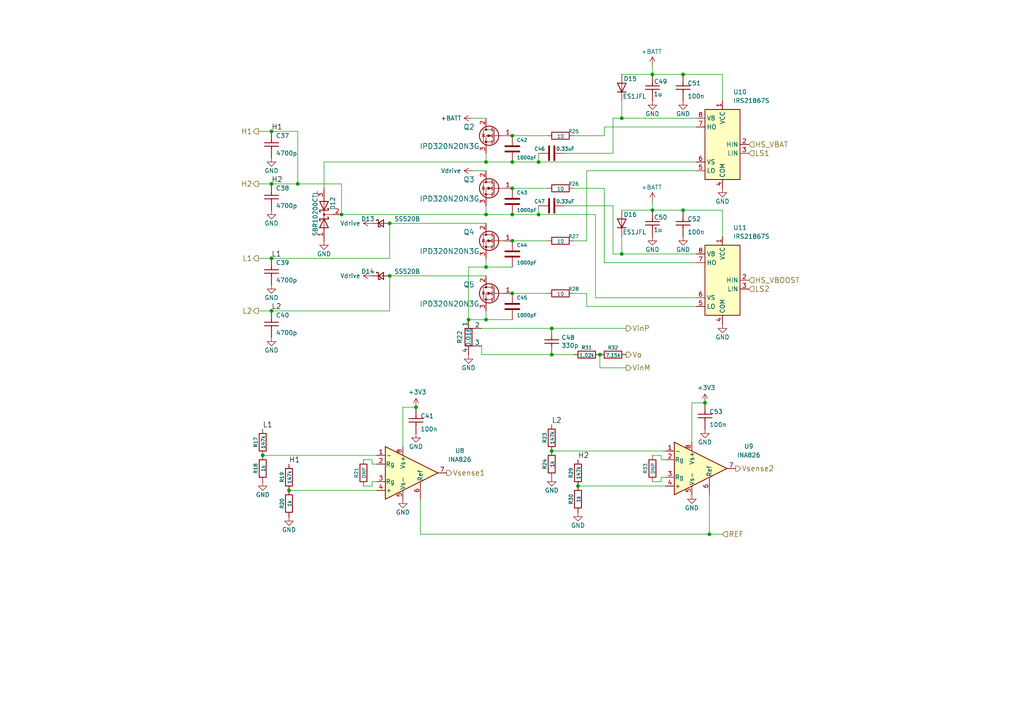
<source format=kicad_sch>
(kicad_sch (version 20250114) (generator "eeschema") (generator_version "9.0")
  (paper "A4")
  (title_block (title "GDI-STM") (date "2025-08-29") (rev "a") (company "rusEFI.com"))
  (lib_symbols
    (symbol "Amplifier_Instrumentation:INA821xD" (pin_names (offset 0.127))
      (property "Reference" "U" (at 3.556 7.366 0))
      (property "Value" "INA821xD" (at 7.366 5.334 0))
      (symbol "INA821xD_0_1"
        (polyline (pts (xy -5.08 7.62) (xy -5.08 -7.62) (xy 10.16 0) (xy -5.08 7.62)) (stroke (width 0.254)) (fill (type background)))
      )
      (symbol "INA821xD_1_1"
        (pin input line (at -7.62 5.08 0) (length 2.54) (name "-") (number "1"))
        (pin passive line (at -7.62 2.54 0) (length 2.54) (name "Rg") (number "2"))
        (pin passive line (at -7.62 -2.54 0) (length 2.54) (name "Rg") (number "3"))
        (pin input line (at -7.62 -5.08 0) (length 2.54) (name "+") (number "4"))
        (pin power_in line (at 0 7.62 270) (length 2.54) (name "Vs+") (number "8"))
        (pin power_in line (at 0 -7.62 90) (length 2.54) (name "Vs-") (number "5"))
        (pin passive line (at 5.08 -7.62 90) (length 5.08) (name "Ref") (number "6"))
        (pin output line (at 12.7 0 180) (length 2.54) (name "~") (number "7"))
      )
    )
    (symbol "Device:C" (pin_numbers (hide yes)) (pin_names (offset 0.254))
      (property "Reference" "C" (at 0.635 2.54 0))
      (property "Value" "C" (at 0.635 -2.54 0))
      (symbol "C_0_1"
        (polyline (pts (xy -2.032 0.762) (xy 2.032 0.762)) (stroke (width 0.508)))
        (polyline (pts (xy -2.032 -0.762) (xy 2.032 -0.762)) (stroke (width 0.508)))
      )
      (symbol "C_1_1"
        (pin passive line (at 0 3.81 270) (length 2.794) (name "~") (number "1"))
        (pin passive line (at 0 -3.81 90) (length 2.794) (name "~") (number "2"))
      )
    )
    (symbol "Device:D" (pin_numbers (hide yes)) (pin_names (offset 1.016) (hide yes))
      (property "Reference" "D" (at 0 2.54 0))
      (property "Value" "D" (at 0 -2.54 0))
      (symbol "D_0_1"
        (polyline (pts (xy -1.27 1.27) (xy -1.27 -1.27)) (stroke (width 0.254)))
        (polyline (pts (xy 1.27 1.27) (xy 1.27 -1.27) (xy -1.27 0) (xy 1.27 1.27)) (stroke (width 0.254)))
        (polyline (pts (xy 1.27 0) (xy -1.27 0)))
      )
      (symbol "D_1_1"
        (pin passive line (at -3.81 0 0) (length 2.54) (name "K") (number "1"))
        (pin passive line (at 3.81 0 180) (length 2.54) (name "A") (number "2"))
      )
    )
    (symbol "Device:D_Schottky_Dual_CommonCathode_AKA" (pin_names (offset 0.762) (hide yes))
      (property "Reference" "D" (at 1.27 -2.54 0))
      (property "Value" "D_Schottky_Dual_CommonCathode_AKA" (at 0 2.54 0))
      (symbol "D_Schottky_Dual_CommonCathode_AKA_0_1"
        (polyline (pts (xy -3.81 1.27) (xy -1.27 0) (xy -3.81 -1.27) (xy -3.81 1.27) (xy -3.81 1.27) (xy -3.81 1.27)) (stroke (width 0.254)))
        (polyline (pts (xy -1.778 1.016) (xy -1.778 1.27) (xy -1.27 1.27) (xy -1.27 1.27) (xy -1.27 1.27)) (stroke (width 0.254)))
        (polyline (pts (xy -1.27 -1.27) (xy -1.27 1.27) (xy -1.27 1.27)) (stroke (width 0.254)))
        (polyline (pts (xy -1.27 -1.27) (xy -0.762 -1.27) (xy -0.762 -1.016) (xy -0.762 -1.016)) (stroke (width 0.254)))
        (polyline (pts (xy 0 0) (xy 0 -2.54)))
        (circle (center 0 0) (radius 0.254) (fill (type outline)))
        (polyline (pts (xy 1.27 1.27) (xy 0.762 1.27) (xy 0.762 1.016) (xy 0.762 1.016)) (stroke (width 0.254)))
        (polyline (pts (xy 1.27 -1.27) (xy 1.27 1.27) (xy 1.27 1.27)) (stroke (width 0.254)))
        (polyline (pts (xy 1.27 -1.27) (xy 1.778 -1.27) (xy 1.778 -1.016) (xy 1.778 -1.016)) (stroke (width 0.254)))
        (polyline (pts (xy 3.81 0) (xy -3.81 0)))
        (polyline (pts (xy 3.81 -1.27) (xy 1.27 0) (xy 3.81 1.27) (xy 3.81 -1.27) (xy 3.81 -1.27) (xy 3.81 -1.27)) (stroke (width 0.254)))
        (pin passive line (at -7.62 0 0) (length 3.81) (name "A") (number "1"))
        (pin passive line (at 0 -5.08 90) (length 2.54) (name "K") (number "2"))
        (pin passive line (at 7.62 0 180) (length 3.81) (name "A") (number "3"))
      )
    )
    (symbol "Device:D_Schottky_Small" (pin_numbers (hide yes)) (pin_names (offset 0.254) (hide yes))
      (property "Reference" "D" (at -1.27 2.032 0))
      (property "Value" "D_Schottky_Small" (at -7.112 -2.032 0))
      (symbol "D_Schottky_Small_0_1"
        (polyline (pts (xy -1.27 0.762) (xy -1.27 1.016) (xy -0.762 1.016) (xy -0.762 -1.016) (xy -0.254 -1.016) (xy -0.254 -0.762)) (stroke (width 0.254)))
        (polyline (pts (xy -0.762 0) (xy 0.762 0)))
        (polyline (pts (xy 0.762 -1.016) (xy -0.762 0) (xy 0.762 1.016) (xy 0.762 -1.016)) (stroke (width 0.254)))
      )
      (symbol "D_Schottky_Small_1_1"
        (pin passive line (at -2.54 0 0) (length 1.778) (name "K") (number "1"))
        (pin passive line (at 2.54 0 180) (length 1.778) (name "A") (number "2"))
      )
    )
    (symbol "Device:R" (pin_numbers (hide yes)) (pin_names (offset 0))
      (property "Reference" "R" (at 2.032 0 90))
      (property "Value" "R" (at 0 0 90))
      (symbol "R_0_1"
        (rectangle (start -1.016 -2.54) (end 1.016 2.54) (stroke (width 0.254)))
      )
      (symbol "R_1_1"
        (pin passive line (at 0 3.81 270) (length 1.27) (name "~") (number "1"))
        (pin passive line (at 0 -3.81 90) (length 1.27) (name "~") (number "2"))
      )
    )
    (symbol "Device:R_Shunt" (pin_numbers (hide yes)) (pin_names (offset 0))
      (property "Reference" "R" (at -4.445 0 90))
      (property "Value" "R_Shunt" (at -2.54 0 90))
      (symbol "R_Shunt_0_1"
        (rectangle (start -1.016 -2.54) (end 1.016 2.54) (stroke (width 0.254)))
        (polyline (pts (xy 0 -2.54) (xy 1.27 -2.54)))
        (polyline (pts (xy 1.27 2.54) (xy 0 2.54)))
      )
      (symbol "R_Shunt_1_1"
        (pin passive line (at 0 5.08 270) (length 2.54) (name "1") (number "1"))
        (pin passive line (at 0 -5.08 90) (length 2.54) (name "4") (number "4"))
        (pin passive line (at 3.81 2.54 180) (length 2.54) (name "2") (number "2"))
        (pin passive line (at 3.81 -2.54 180) (length 2.54) (name "3") (number "3"))
      )
    )
    (symbol "Driver_FET:IRS21867S"
      (property "Reference" "U" (at 1.27 13.335 0))
      (property "Value" "IRS21867S" (at 1.27 11.43 0))
      (symbol "IRS21867S_0_1"
        (rectangle (start -5.08 -10.16) (end 5.08 10.16) (stroke (width 0.254)) (fill (type background)))
      )
      (symbol "IRS21867S_1_1"
        (pin input line (at -7.62 0 0) (length 2.54) (name "HIN") (number "2"))
        (pin input line (at -7.62 -2.54 0) (length 2.54) (name "LIN") (number "3"))
        (pin power_in line (at 0 12.7 270) (length 2.54) (name "VCC") (number "1"))
        (pin power_in line (at 0 -12.7 90) (length 2.54) (name "COM") (number "4"))
        (pin passive line (at 7.62 7.62 180) (length 2.54) (name "VB") (number "8"))
        (pin output line (at 7.62 5.08 180) (length 2.54) (name "HO") (number "7"))
        (pin passive line (at 7.62 -5.08 180) (length 2.54) (name "VS") (number "6"))
        (pin output line (at 7.62 -7.62 180) (length 2.54) (name "LO") (number "5"))
      )
    )
    (symbol "Transistor_FET:Q_NMOS_GDS" (pin_names (offset 0) (hide yes))
      (property "Reference" "Q" (at 5.08 1.905 0))
      (property "Value" "Q_NMOS_GDS" (at 5.08 0 0))
      (symbol "Q_NMOS_GDS_0_1"
        (polyline (pts (xy 0.254 1.905) (xy 0.254 -1.905)) (stroke (width 0.254)))
        (polyline (pts (xy 0.254 0) (xy -2.54 0)))
        (polyline (pts (xy 0.762 2.286) (xy 0.762 1.27)) (stroke (width 0.254)))
        (polyline (pts (xy 0.762 0.508) (xy 0.762 -0.508)) (stroke (width 0.254)))
        (polyline (pts (xy 0.762 -1.27) (xy 0.762 -2.286)) (stroke (width 0.254)))
        (polyline (pts (xy 0.762 -1.778) (xy 3.302 -1.778) (xy 3.302 1.778) (xy 0.762 1.778)))
        (polyline (pts (xy 1.016 0) (xy 2.032 0.381) (xy 2.032 -0.381) (xy 1.016 0)) (fill (type outline)))
        (circle (center 1.651 0) (radius 2.794) (stroke (width 0.254)))
        (polyline (pts (xy 2.54 2.54) (xy 2.54 1.778)))
        (circle (center 2.54 1.778) (radius 0.254) (fill (type outline)))
        (circle (center 2.54 -1.778) (radius 0.254) (fill (type outline)))
        (polyline (pts (xy 2.54 -2.54) (xy 2.54 0) (xy 0.762 0)))
        (polyline (pts (xy 2.921 0.381) (xy 3.683 0.381)))
        (polyline (pts (xy 3.302 0.381) (xy 2.921 -0.254) (xy 3.683 -0.254) (xy 3.302 0.381)))
      )
      (symbol "Q_NMOS_GDS_1_1"
        (pin input line (at -5.08 0 0) (length 2.54) (name "G") (number "1"))
        (pin passive line (at 2.54 5.08 270) (length 2.54) (name "D") (number "2"))
        (pin passive line (at 2.54 -5.08 90) (length 2.54) (name "S") (number "3"))
      )
    )
    (symbol "hellen-one-common:Cap" (pin_numbers (hide yes))
      (property "Reference" "C" (at -3.81 2.54 0))
      (property "Value" "Cap" (at -2.54 -1.27 0))
      (symbol "Cap_1_0"
        (polyline (pts (xy -1.27 0) (xy -0.508 0)) (stroke (width 0.254)))
        (polyline (pts (xy -0.508 -2.032) (xy -0.508 2.032)) (stroke (width 0.254)))
        (polyline (pts (xy 0.508 2.032) (xy 0.508 -2.032)) (stroke (width 0.254)))
        (polyline (pts (xy 1.27 0) (xy 0.508 0)) (stroke (width 0.254)))
        (pin passive line (at -3.81 0 0) (length 2.54) (name "") (number "1"))
        (pin passive line (at 3.81 0 180) (length 2.54) (name "") (number "2"))
      )
    )
    (symbol "power:+3.3V" (power) (pin_numbers (hide yes)) (pin_names (offset 0) (hide yes))
      (property "Value" "+3.3V" (at 0 3.556 0))
      (symbol "+3.3V_0_1"
        (polyline (pts (xy -0.762 1.27) (xy 0 2.54)))
        (polyline (pts (xy 0 2.54) (xy 0.762 1.27)))
        (polyline (pts (xy 0 0) (xy 0 2.54)))
      )
      (symbol "+3.3V_1_1"
        (pin power_in line (at 0 0 90) (length 0) (name "~") (number "1"))
      )
    )
    (symbol "power:+BATT" (power) (pin_numbers (hide yes)) (pin_names (offset 0) (hide yes))
      (property "Value" "+BATT" (at 0 3.556 0))
      (symbol "+BATT_0_1"
        (polyline (pts (xy -0.762 1.27) (xy 0 2.54)))
        (polyline (pts (xy 0 2.54) (xy 0.762 1.27)))
        (polyline (pts (xy 0 0) (xy 0 2.54)))
      )
      (symbol "+BATT_1_1"
        (pin power_in line (at 0 0 90) (length 0) (name "~") (number "1"))
      )
    )
    (symbol "power:GND" (power) (pin_numbers (hide yes)) (pin_names (offset 0) (hide yes))
      (property "Value" "GND" (at 0 -3.81 0))
      (symbol "GND_0_1"
        (polyline (pts (xy 0 0) (xy 0 -1.27) (xy 1.27 -1.27) (xy 0 -2.54) (xy -1.27 -1.27) (xy 0 -1.27)))
      )
      (symbol "GND_1_1"
        (pin power_in line (at 0 0 270) (length 0) (name "~") (number "1"))
      )
    )
    (symbol "power:Vdrive" (power) (pin_numbers (hide yes)) (pin_names (offset 0) (hide yes))
      (property "Value" "Vdrive" (at 0 3.556 0))
      (symbol "Vdrive_0_1"
        (polyline (pts (xy -0.762 1.27) (xy 0 2.54)))
        (polyline (pts (xy 0 2.54) (xy 0.762 1.27)))
        (polyline (pts (xy 0 0) (xy 0 2.54)))
      )
      (symbol "Vdrive_1_1"
        (pin power_in line (at 0 0 90) (length 0) (name "~") (number "1"))
      )
    )
  )
  (junction (at 140.97 62.23))
  (junction (at 148.59 69.85))
  (junction (at 86.36 53.34))
  (junction (at 156.21 62.23))
  (junction (at 113.03 64.77))
  (junction (at 160.02 102.87))
  (junction (at 78.74 38.1))
  (junction (at 189.23 21.59))
  (junction (at 167.64 140.97))
  (junction (at 78.74 53.34))
  (junction (at 205.74 154.94))
  (junction (at 180.34 73.66))
  (junction (at 156.21 46.99))
  (junction (at 83.82 142.24))
  (junction (at 76.2 132.08))
  (junction (at 148.59 46.99))
  (junction (at 140.97 92.71))
  (junction (at 120.65 118.11))
  (junction (at 148.59 62.23))
  (junction (at 78.74 90.17))
  (junction (at 189.23 60.96))
  (junction (at 160.02 95.25))
  (junction (at 148.59 85.09))
  (junction (at 198.12 21.59))
  (junction (at 198.12 60.96))
  (junction (at 180.34 34.29))
  (junction (at 113.03 80.01))
  (junction (at 148.59 39.37))
  (junction (at 148.59 54.61))
  (junction (at 135.89 92.71))
  (junction (at 140.97 77.47))
  (junction (at 78.74 74.93))
  (junction (at 140.97 46.99))
  (junction (at 173.99 102.87))
  (junction (at 99.06 62.23))
  (junction (at 160.02 130.81))
  (junction (at 204.47 116.84))
  (wire (pts (xy 156.21 62.23) (xy 172.72 62.23)))
  (wire (pts (xy 209.55 60.96) (xy 209.55 68.58)))
  (wire (pts (xy 107.95 134.62) (xy 107.95 133.35)))
  (wire (pts (xy 180.34 68.58) (xy 180.34 73.66)))
  (wire (pts (xy 193.04 133.35) (xy 191.77 133.35)))
  (wire (pts (xy 180.34 73.66) (xy 201.93 73.66)))
  (wire (pts (xy 148.59 85.09) (xy 158.75 85.09)))
  (wire (pts (xy 140.97 92.71) (xy 140.97 90.17)))
  (wire (pts (xy 156.21 59.69) (xy 156.21 62.23)))
  (wire (pts (xy 189.23 19.05) (xy 189.23 21.59)))
  (wire (pts (xy 86.36 38.1) (xy 78.74 38.1)))
  (wire (pts (xy 198.12 60.96) (xy 209.55 60.96)))
  (wire (pts (xy 209.55 21.59) (xy 209.55 29.21)))
  (wire (pts (xy 156.21 46.99) (xy 201.93 46.99)))
  (wire (pts (xy 113.03 64.77) (xy 113.03 74.93)))
  (wire (pts (xy 140.97 44.45) (xy 140.97 46.99)))
  (wire (pts (xy 74.93 90.17) (xy 78.74 90.17)))
  (wire (pts (xy 74.93 74.93) (xy 78.74 74.93)))
  (wire (pts (xy 113.03 64.77) (xy 140.97 64.77)))
  (wire (pts (xy 163.83 59.69) (xy 177.8 59.69)))
  (wire (pts (xy 175.26 76.2) (xy 175.26 54.61)))
  (wire (pts (xy 105.41 133.35) (xy 107.95 133.35)))
  (wire (pts (xy 139.7 100.33) (xy 139.7 102.87)))
  (wire (pts (xy 205.74 154.94) (xy 205.74 143.51)))
  (wire (pts (xy 148.59 54.61) (xy 158.75 54.61)))
  (wire (pts (xy 93.98 54.61) (xy 93.98 46.99)))
  (wire (pts (xy 200.66 116.84) (xy 200.66 128.27)))
  (wire (pts (xy 175.26 54.61) (xy 166.37 54.61)))
  (wire (pts (xy 189.23 60.96) (xy 198.12 60.96)))
  (wire (pts (xy 175.26 36.83) (xy 201.93 36.83)))
  (wire (pts (xy 140.97 59.69) (xy 140.97 62.23)))
  (wire (pts (xy 189.23 58.42) (xy 189.23 60.96)))
  (wire (pts (xy 156.21 44.45) (xy 156.21 46.99)))
  (wire (pts (xy 205.74 154.94) (xy 121.92 154.94)))
  (wire (pts (xy 86.36 53.34) (xy 86.36 38.1)))
  (wire (pts (xy 135.89 77.47) (xy 140.97 77.47)))
  (wire (pts (xy 86.36 53.34) (xy 99.06 53.34)))
  (wire (pts (xy 148.59 62.23) (xy 156.21 62.23)))
  (wire (pts (xy 113.03 74.93) (xy 78.74 74.93)))
  (wire (pts (xy 76.2 132.08) (xy 109.22 132.08)))
  (wire (pts (xy 181.61 106.68) (xy 173.99 106.68)))
  (wire (pts (xy 200.66 116.84) (xy 204.47 116.84)))
  (wire (pts (xy 205.74 154.94) (xy 209.55 154.94)))
  (wire (pts (xy 139.7 102.87) (xy 160.02 102.87)))
  (wire (pts (xy 74.93 53.34) (xy 78.74 53.34)))
  (wire (pts (xy 74.93 38.1) (xy 78.74 38.1)))
  (wire (pts (xy 160.02 102.87) (xy 166.37 102.87)))
  (wire (pts (xy 175.26 36.83) (xy 175.26 39.37)))
  (wire (pts (xy 172.72 86.36) (xy 201.93 86.36)))
  (wire (pts (xy 170.18 88.9) (xy 170.18 85.09)))
  (wire (pts (xy 189.23 132.08) (xy 191.77 132.08)))
  (wire (pts (xy 137.16 34.29) (xy 140.97 34.29)))
  (wire (pts (xy 113.03 80.01) (xy 113.03 90.17)))
  (wire (pts (xy 163.83 44.45) (xy 177.8 44.45)))
  (wire (pts (xy 135.89 92.71) (xy 135.89 77.47)))
  (wire (pts (xy 177.8 34.29) (xy 180.34 34.29)))
  (wire (pts (xy 170.18 85.09) (xy 166.37 85.09)))
  (wire (pts (xy 109.22 139.7) (xy 107.95 139.7)))
  (wire (pts (xy 140.97 77.47) (xy 140.97 74.93)))
  (wire (pts (xy 137.16 49.53) (xy 140.97 49.53)))
  (wire (pts (xy 177.8 59.69) (xy 177.8 73.66)))
  (wire (pts (xy 99.06 62.23) (xy 99.06 53.34)))
  (wire (pts (xy 107.95 140.97) (xy 105.41 140.97)))
  (wire (pts (xy 191.77 139.7) (xy 189.23 139.7)))
  (wire (pts (xy 148.59 46.99) (xy 156.21 46.99)))
  (wire (pts (xy 140.97 62.23) (xy 148.59 62.23)))
  (wire (pts (xy 189.23 21.59) (xy 198.12 21.59)))
  (wire (pts (xy 177.8 73.66) (xy 180.34 73.66)))
  (wire (pts (xy 172.72 62.23) (xy 172.72 86.36)))
  (wire (pts (xy 175.26 39.37) (xy 166.37 39.37)))
  (wire (pts (xy 135.89 92.71) (xy 140.97 92.71)))
  (wire (pts (xy 93.98 46.99) (xy 140.97 46.99)))
  (wire (pts (xy 148.59 39.37) (xy 158.75 39.37)))
  (wire (pts (xy 121.92 154.94) (xy 121.92 144.78)))
  (wire (pts (xy 140.97 92.71) (xy 148.59 92.71)))
  (wire (pts (xy 180.34 60.96) (xy 189.23 60.96)))
  (wire (pts (xy 113.03 80.01) (xy 140.97 80.01)))
  (wire (pts (xy 99.06 62.23) (xy 140.97 62.23)))
  (wire (pts (xy 113.03 90.17) (xy 78.74 90.17)))
  (wire (pts (xy 173.99 106.68) (xy 173.99 102.87)))
  (wire (pts (xy 78.74 53.34) (xy 86.36 53.34)))
  (wire (pts (xy 201.93 76.2) (xy 175.26 76.2)))
  (wire (pts (xy 170.18 69.85) (xy 170.18 49.53)))
  (wire (pts (xy 107.95 139.7) (xy 107.95 140.97)))
  (wire (pts (xy 116.84 118.11) (xy 116.84 129.54)))
  (wire (pts (xy 166.37 69.85) (xy 170.18 69.85)))
  (wire (pts (xy 170.18 49.53) (xy 201.93 49.53)))
  (wire (pts (xy 148.59 69.85) (xy 158.75 69.85)))
  (wire (pts (xy 198.12 21.59) (xy 209.55 21.59)))
  (wire (pts (xy 191.77 133.35) (xy 191.77 132.08)))
  (wire (pts (xy 167.64 140.97) (xy 193.04 140.97)))
  (wire (pts (xy 201.93 88.9) (xy 170.18 88.9)))
  (wire (pts (xy 180.34 34.29) (xy 201.93 34.29)))
  (wire (pts (xy 109.22 134.62) (xy 107.95 134.62)))
  (wire (pts (xy 140.97 77.47) (xy 148.59 77.47)))
  (wire (pts (xy 160.02 130.81) (xy 193.04 130.81)))
  (wire (pts (xy 139.7 95.25) (xy 160.02 95.25)))
  (wire (pts (xy 180.34 21.59) (xy 189.23 21.59)))
  (wire (pts (xy 116.84 118.11) (xy 120.65 118.11)))
  (wire (pts (xy 180.34 29.21) (xy 180.34 34.29)))
  (wire (pts (xy 193.04 138.43) (xy 191.77 138.43)))
  (wire (pts (xy 83.82 142.24) (xy 109.22 142.24)))
  (wire (pts (xy 177.8 44.45) (xy 177.8 34.29)))
  (wire (pts (xy 140.97 46.99) (xy 148.59 46.99)))
  (wire (pts (xy 191.77 138.43) (xy 191.77 139.7)))
  (wire (pts (xy 160.02 95.25) (xy 181.61 95.25)))
  (label "H2" (at 78.74 53.34 0) (effects (font (size 1.524 1.524))))
  (label "H1" (at 83.82 134.62 0) (effects (font (size 1.524 1.524))))
  (label "H2" (at 167.64 133.35 0) (effects (font (size 1.524 1.524))))
  (label "H1" (at 78.74 38.1 0) (effects (font (size 1.524 1.524))))
  (label "L2" (at 78.74 90.17 0) (effects (font (size 1.524 1.524))))
  (label "L2" (at 160.02 123.19 0) (effects (font (size 1.524 1.524))))
  (label "L1" (at 76.2 124.46 0) (effects (font (size 1.524 1.524))))
  (label "L1" (at 78.74 74.93 0) (effects (font (size 1.524 1.524))))
  (hierarchical_label "Vsense2" (shape output) (at 213.36 135.89 0) (effects (font (size 1.524 1.524))))
  (hierarchical_label "VinM" (shape output) (at 181.61 106.68 0) (effects (font (size 1.524 1.524))))
  (hierarchical_label "VinP" (shape output) (at 181.61 95.25 0) (effects (font (size 1.524 1.524))))
  (hierarchical_label "L2" (shape output) (at 74.93 90.17 180) (effects (font (size 1.524 1.524))))
  (hierarchical_label "REF" (shape input) (at 209.55 154.94 0) (effects (font (size 1.524 1.524))))
  (hierarchical_label "LS1" (shape input) (at 217.17 44.45 0) (effects (font (size 1.524 1.524))))
  (hierarchical_label "Vo" (shape output) (at 181.61 102.87 0) (effects (font (size 1.524 1.524))))
  (hierarchical_label "H1" (shape output) (at 74.93 38.1 180) (effects (font (size 1.524 1.524))))
  (hierarchical_label "LS2" (shape input) (at 217.17 83.82 0) (effects (font (size 1.524 1.524))))
  (hierarchical_label "HS_VBOOST" (shape input) (at 217.17 81.28 0) (effects (font (size 1.524 1.524))))
  (hierarchical_label "H2" (shape output) (at 74.93 53.34 180) (effects (font (size 1.524 1.524))))
  (hierarchical_label "HS_VBAT" (shape input) (at 217.17 41.91 0) (effects (font (size 1.524 1.524))))
  (hierarchical_label "L1" (shape output) (at 74.93 74.93 180) (effects (font (size 1.524 1.524))))
  (hierarchical_label "Vsense1" (shape output) (at 129.54 137.16 0) (effects (font (size 1.524 1.524))))
  (symbol (lib_id "Device:C") (at 148.59 58.42 0) (mirror x) (unit 1)
    (property "Reference" "C43" (at 149.86 55.88 0) (effects (font (size 1.016 1.016)) (justify left)))
    (property "Value" "1000pF" (at 149.86 60.96 0) (effects (font (size 1.016 1.016)) (justify left)))
    (property "Footprint" "Capacitor_SMD:C_0603_1608Metric" (effects (hide yes)))
    (property "LCSC" "C106247" (effects (hide yes)))
    (instances (project "GDI-STM" (path "" (reference "C43") (unit 1)) (path "" (reference "C94") (unit 1)) (path "" (reference "C60") (unit 1)) (path "" (reference "C77") (unit 1))))
  )
  (symbol (lib_id "power:GND") (at 76.2 139.7 0) (unit 1)
    (property "Reference" "#PWR091" (effects (hide yes)))
    (property "Value" "GND" (at 76.2 143.51 0))
    (property "Description" "Power symbol creates a global label with name \"GND\" , ground" (effects (hide yes)))
    (instances (project "GDI-STM" (path "" (reference "#PWR091") (unit 1)) (path "" (reference "#PWR0186") (unit 1)) (path "" (reference "#PWR09") (unit 1)) (path "" (reference "#PWR076") (unit 1))))
  )
  (symbol (lib_id "power:GND") (at 209.55 54.61 0) (unit 1)
    (property "Reference" "#PWR083" (effects (hide yes)))
    (property "Value" "GND" (at 209.55 58.42 0))
    (property "Description" "Power symbol creates a global label with name \"GND\" , ground" (effects (hide yes)))
    (instances (project "GDI-STM" (path "" (reference "#PWR083") (unit 1)) (path "" (reference "#PWR0212") (unit 1)) (path "" (reference "#PWR074") (unit 1)) (path "" (reference "#PWR0184") (unit 1))))
  )
  (symbol (lib_id "Device:R") (at 177.8 102.87 270) (unit 1)
    (property "Reference" "R32" (at 177.8 100.838 90) (effects (font (size 1.016 1.016))))
    (property "Value" "7.15k" (at 177.8254 103.0478 90) (effects (font (size 1.016 1.016))))
    (property "Footprint" "Resistor_SMD:R_0603_1608Metric" (effects (hide yes)))
    (property "LCSC" "C25980" (effects (hide yes)))
    (instances (project "GDI-STM" (path "" (reference "R32") (unit 1)) (path "" (reference "R83") (unit 1)) (path "" (reference "R49") (unit 1)) (path "" (reference "R66") (unit 1))))
  )
  (symbol (lib_id "Device:R") (at 76.2 128.27 0) (unit 1)
    (property "Reference" "R17" (at 74.168 128.27 90) (effects (font (size 1.016 1.016))))
    (property "Value" "147k" (at 76.3778 128.2446 90) (effects (font (size 1.016 1.016))))
    (property "Footprint" "Resistor_SMD:R_0603_1608Metric" (effects (hide yes)))
    (property "LCSC" "C22878" (effects (hide yes)))
    (instances (project "GDI-STM" (path "" (reference "R17") (unit 1)) (path "" (reference "R68") (unit 1)) (path "" (reference "R34") (unit 1)) (path "" (reference "R51") (unit 1))))
  )
  (symbol (lib_id "power:GND") (at 200.66 143.51 0) (unit 1)
    (property "Reference" "#PWR098" (effects (hide yes)))
    (property "Value" "GND" (at 200.66 147.32 0))
    (property "Description" "Power symbol creates a global label with name \"GND\" , ground" (effects (hide yes)))
    (instances (project "GDI-STM" (path "" (reference "#PWR098") (unit 1)) (path "" (reference "#PWR0209") (unit 1)) (path "" (reference "#PWR070") (unit 1)) (path "" (reference "#PWR0181") (unit 1))))
  )
  (symbol (lib_id "Device:R") (at 162.56 69.85 270) (unit 1)
    (property "Reference" "R27" (at 166.37 68.58 90) (effects (font (size 1.016 1.016))))
    (property "Value" "10" (at 162.5854 70.0278 90) (effects (font (size 1.016 1.016))))
    (property "Footprint" "Resistor_SMD:R_0603_1608Metric" (effects (hide yes)))
    (property "LCSC" "C22859" (effects (hide yes)))
    (instances (project "GDI-STM" (path "" (reference "R27") (unit 1)) (path "" (reference "R78") (unit 1)) (path "" (reference "R44") (unit 1)) (path "" (reference "R61") (unit 1))))
  )
  (symbol (lib_id "Transistor_FET:Q_NMOS_GDS") (at 143.51 54.61 0) (mirror y) (unit 1)
    (property "Reference" "Q3" (at 134.366 52.07 0) (effects (font (size 1.524 1.524)) (justify right)))
    (property "Value" "IPD320N20N3G" (at 121.666 57.658 0) (effects (font (size 1.524 1.524)) (justify right)))
    (property "Footprint" "Package_TO_SOT_SMD:TO-252-2" (effects (hide yes)))
    (property "Description" "N-MOSFET transistor, gate/drain/source" (effects (hide yes)))
    (property "LCSC" "C501515" (effects (hide yes)))
    (instances (project "GDI-STM" (path "" (reference "Q3") (unit 1)) (path "" (reference "Q15") (unit 1)) (path "" (reference "Q7") (unit 1)) (path "" (reference "Q11") (unit 1))))
  )
  (symbol (lib_id "power:GND") (at 78.74 60.96 0) (unit 1)
    (property "Reference" "#PWR0105" (effects (hide yes)))
    (property "Value" "GND" (at 78.74 64.77 0))
    (property "Description" "Power symbol creates a global label with name \"GND\" , ground" (effects (hide yes)))
    (instances (project "GDI-STM" (path "" (reference "#PWR0105") (unit 1)) (path "" (reference "#PWR0188") (unit 1)) (path "" (reference "#PWR016") (unit 1)) (path "" (reference "#PWR078") (unit 1))))
  )
  (symbol (lib_id "Device:C") (at 160.02 44.45 270) (mirror x) (unit 1)
    (property "Reference" "C46" (at 154.94 43.18 90) (effects (font (size 1.016 1.016)) (justify left)))
    (property "Value" "0.33uF" (at 161.29 43.18 90) (effects (font (size 1.016 1.016)) (justify left)))
    (property "Footprint" "Capacitor_SMD:C_0603_1608Metric" (effects (hide yes)))
    (property "LCSC" "C1615" (effects (hide yes)))
    (instances (project "GDI-STM" (path "" (reference "C46") (unit 1)) (path "" (reference "C97") (unit 1)) (path "" (reference "C63") (unit 1)) (path "" (reference "C80") (unit 1))))
  )
  (symbol (lib_id "Transistor_FET:Q_NMOS_GDS") (at 143.51 85.09 0) (mirror y) (unit 1)
    (property "Reference" "Q5" (at 134.366 82.55 0) (effects (font (size 1.524 1.524)) (justify right)))
    (property "Value" "IPD320N20N3G" (at 121.666 88.138 0) (effects (font (size 1.524 1.524)) (justify right)))
    (property "Footprint" "Package_TO_SOT_SMD:TO-252-2" (effects (hide yes)))
    (property "Description" "N-MOSFET transistor, gate/drain/source" (effects (hide yes)))
    (property "LCSC" "C501515" (effects (hide yes)))
    (instances (project "GDI-STM" (path "" (reference "Q5") (unit 1)) (path "" (reference "Q17") (unit 1)) (path "" (reference "Q9") (unit 1)) (path "" (reference "Q13") (unit 1))))
  )
  (symbol (lib_id "power:+BATT") (at 137.16 34.29 90) (unit 1)
    (property "Reference" "#PWR0103" (effects (hide yes)))
    (property "Value" "+BATT" (at 130.81 34.29 90))
    (property "Description" "Power symbol creates a global label with name \"+BATT\"" (effects (hide yes)))
    (instances (project "GDI-STM" (path "" (reference "#PWR0103") (unit 1)) (path "" (reference "#PWR0199") (unit 1)) (path "" (reference "#PWR052") (unit 1)) (path "" (reference "#PWR0171") (unit 1))))
  )
  (symbol (lib_id "hellen-one-common:Cap") (at 78.74 78.74 90) (unit 1)
    (property "Reference" "C39" (at 80.01 76.2 90) (effects (justify right)))
    (property "Value" "4700p" (at 80.01 81.28 90) (effects (justify right)))
    (property "Footprint" "hellen-one-common:C0603" (effects (hide yes)))
    (property "LCSC" "C327158" (effects (hide yes)))
    (instances (project "GDI-STM" (path "" (reference "C39") (unit 1)) (path "" (reference "C90") (unit 1)) (path "" (reference "C56") (unit 1)) (path "" (reference "C73") (unit 1))))
  )
  (symbol (lib_id "Device:R") (at 162.56 39.37 270) (unit 1)
    (property "Reference" "R25" (at 166.37 38.1 90) (effects (font (size 1.016 1.016))))
    (property "Value" "10" (at 162.5854 39.5478 90) (effects (font (size 1.016 1.016))))
    (property "Footprint" "Resistor_SMD:R_0603_1608Metric" (effects (hide yes)))
    (property "LCSC" "C22859" (effects (hide yes)))
    (instances (project "GDI-STM" (path "" (reference "R25") (unit 1)) (path "" (reference "R76") (unit 1)) (path "" (reference "R42") (unit 1)) (path "" (reference "R59") (unit 1))))
  )
  (symbol (lib_id "Transistor_FET:Q_NMOS_GDS") (at 143.51 69.85 0) (mirror y) (unit 1)
    (property "Reference" "Q4" (at 134.366 67.31 0) (effects (font (size 1.524 1.524)) (justify right)))
    (property "Value" "IPD320N20N3G" (at 121.666 72.898 0) (effects (font (size 1.524 1.524)) (justify right)))
    (property "Footprint" "Package_TO_SOT_SMD:TO-252-2" (effects (hide yes)))
    (property "Description" "N-MOSFET transistor, gate/drain/source" (effects (hide yes)))
    (property "LCSC" "C501515" (effects (hide yes)))
    (instances (project "GDI-STM" (path "" (reference "Q4") (unit 1)) (path "" (reference "Q16") (unit 1)) (path "" (reference "Q8") (unit 1)) (path "" (reference "Q12") (unit 1))))
  )
  (symbol (lib_id "Device:R") (at 160.02 134.62 0) (unit 1)
    (property "Reference" "R24" (at 157.988 134.62 90) (effects (font (size 1.016 1.016))))
    (property "Value" "1k" (at 160.1978 134.5946 90) (effects (font (size 1.016 1.016))))
    (property "Footprint" "Resistor_SMD:R_0603_1608Metric" (effects (hide yes)))
    (property "LCSC" "C21190" (effects (hide yes)))
    (instances (project "GDI-STM" (path "" (reference "R24") (unit 1)) (path "" (reference "R75") (unit 1)) (path "" (reference "R41") (unit 1)) (path "" (reference "R58") (unit 1))))
  )
  (symbol (lib_id "power:Vdrive") (at 107.95 64.77 90) (unit 1)
    (property "Reference" "#PWR0109" (effects (hide yes)))
    (property "Value" "Vdrive" (at 101.6 64.77 90))
    (property "Description" "Power symbol creates a global label with name \"Vdrive\"" (effects (hide yes)))
    (instances (project "GDI-STM" (path "" (reference "#PWR0109") (unit 1)) (path "" (reference "#PWR0193") (unit 1)) (path "" (reference "#PWR032") (unit 1)) (path "" (reference "#PWR0165") (unit 1))))
  )
  (symbol (lib_id "power:GND") (at 189.23 68.58 0) (unit 1)
    (property "Reference" "#PWR088" (effects (hide yes)))
    (property "Value" "GND" (at 189.23 72.39 0))
    (property "Description" "Power symbol creates a global label with name \"GND\" , ground" (effects (hide yes)))
    (instances (project "GDI-STM" (path "" (reference "#PWR088") (unit 1)) (path "" (reference "#PWR0206") (unit 1)) (path "" (reference "#PWR064") (unit 1)) (path "" (reference "#PWR0178") (unit 1))))
  )
  (symbol (lib_id "Device:R") (at 167.64 144.78 0) (unit 1)
    (property "Reference" "R30" (at 165.608 144.78 90) (effects (font (size 1.016 1.016))))
    (property "Value" "1k" (at 167.8178 144.7546 90) (effects (font (size 1.016 1.016))))
    (property "Footprint" "Resistor_SMD:R_0603_1608Metric" (effects (hide yes)))
    (property "LCSC" "C21190" (effects (hide yes)))
    (instances (project "GDI-STM" (path "" (reference "R30") (unit 1)) (path "" (reference "R81") (unit 1)) (path "" (reference "R47") (unit 1)) (path "" (reference "R64") (unit 1))))
  )
  (symbol (lib_id "Device:D_Schottky_Small") (at 110.49 64.77 0) (unit 1)
    (property "Reference" "D13" (at 106.68 63.5 0))
    (property "Value" "SS520B" (at 118.11 63.5 0))
    (property "Footprint" "Diode_SMD:D_SMB" (effects (hide yes)))
    (property "LCSC" "C382826" (effects (hide yes)))
    (instances (project "GDI-STM" (path "" (reference "D13") (unit 1)) (path "" (reference "D28") (unit 1)) (path "" (reference "D18") (unit 1)) (path "" (reference "D23") (unit 1))))
  )
  (symbol (lib_id "hellen-one-common:Cap") (at 78.74 57.15 90) (unit 1)
    (property "Reference" "C38" (at 80.01 54.61 90) (effects (justify right)))
    (property "Value" "4700p" (at 80.01 59.69 90) (effects (justify right)))
    (property "Footprint" "hellen-one-common:C0603" (effects (hide yes)))
    (property "LCSC" "C327158" (effects (hide yes)))
    (instances (project "GDI-STM" (path "" (reference "C38") (unit 1)) (path "" (reference "C89") (unit 1)) (path "" (reference "C55") (unit 1)) (path "" (reference "C72") (unit 1))))
  )
  (symbol (lib_id "Device:R") (at 76.2 135.89 0) (unit 1)
    (property "Reference" "R18" (at 74.168 135.89 90) (effects (font (size 1.016 1.016))))
    (property "Value" "1k" (at 76.3778 135.8646 90) (effects (font (size 1.016 1.016))))
    (property "Footprint" "Resistor_SMD:R_0603_1608Metric" (effects (hide yes)))
    (property "LCSC" "C21190" (effects (hide yes)))
    (instances (project "GDI-STM" (path "" (reference "R18") (unit 1)) (path "" (reference "R69") (unit 1)) (path "" (reference "R35") (unit 1)) (path "" (reference "R52") (unit 1))))
  )
  (symbol (lib_id "power:Vdrive") (at 107.95 80.01 90) (unit 1)
    (property "Reference" "#PWR0110" (effects (hide yes)))
    (property "Value" "Vdrive" (at 101.6 80.01 90))
    (property "Description" "Power symbol creates a global label with name \"Vdrive\"" (effects (hide yes)))
    (instances (project "GDI-STM" (path "" (reference "#PWR0110") (unit 1)) (path "" (reference "#PWR0194") (unit 1)) (path "" (reference "#PWR033") (unit 1)) (path "" (reference "#PWR0166") (unit 1))))
  )
  (symbol (lib_id "hellen-one-common:Cap") (at 189.23 25.4 90) (unit 1)
    (property "Reference" "C49" (at 189.6592 23.6653 90) (effects (justify right)))
    (property "Value" "1u" (at 189.5365 27.2831 90) (effects (justify right)))
    (property "Footprint" "hellen-one-common:C0603" (effects (hide yes)))
    (property "LCSC" "C15849" (effects (hide yes)))
    (instances (project "GDI-STM" (path "" (reference "C49") (unit 1)) (path "" (reference "C100") (unit 1)) (path "" (reference "C66") (unit 1)) (path "" (reference "C83") (unit 1))))
  )
  (symbol (lib_id "Amplifier_Instrumentation:INA821xD") (at 200.66 135.89 0) (unit 1)
    (property "Reference" "U9" (at 217.17 129.4698 0))
    (property "Value" "INA826" (at 217.17 132.0098 0))
    (property "Footprint" "Package_SO:SOIC-8_3.9x4.9mm_P1.27mm" (effects (hide yes)))
    (property "Datasheet" "https://www.ti.com/lit/gpn/ina826" (effects (hide yes)))
    (property "Description" "4.7 MHz Bandwidth, Low Offset, Low-Power, Precision Instrumentation Amplifier, G = 1 + 49.4kOhm/Rg, 4.5 V to 36 V Supply, SOIC-8" (effects (hide yes)))
    (property "LCSC" "C38433" (effects (hide yes)))
    (instances (project "GDI-STM" (path "" (reference "U9") (unit 1)) (path "" (reference "U21") (unit 1)) (path "" (reference "U13") (unit 1)) (path "" (reference "U17") (unit 1))))
  )
  (symbol (lib_id "Device:D") (at 180.34 64.77 90) (unit 1)
    (property "Reference" "D16" (at 180.848 62.23 90) (effects (justify right)))
    (property "Value" "ES1JFL" (at 180.594 67.31 90) (effects (justify right)))
    (property "Footprint" "Diode_SMD:D_SOD-123F" (effects (hide yes)))
    (property "Description" "Diode" (effects (hide yes)))
    (property "LCSC" "C719809" (effects (hide yes)))
    (instances (project "GDI-STM" (path "" (reference "D16") (unit 1)) (path "" (reference "D31") (unit 1)) (path "" (reference "D21") (unit 1)) (path "" (reference "D26") (unit 1))))
  )
  (symbol (lib_id "power:GND") (at 189.23 29.21 0) (unit 1)
    (property "Reference" "#PWR085" (effects (hide yes)))
    (property "Value" "GND" (at 189.23 33.02 0))
    (property "Description" "Power symbol creates a global label with name \"GND\" , ground" (effects (hide yes)))
    (instances (project "GDI-STM" (path "" (reference "#PWR085") (unit 1)) (path "" (reference "#PWR0204") (unit 1)) (path "" (reference "#PWR060") (unit 1)) (path "" (reference "#PWR0176") (unit 1))))
  )
  (symbol (lib_id "hellen-one-common:Cap") (at 198.12 64.77 90) (unit 1)
    (property "Reference" "C52" (at 199.39 63.5 90) (effects (justify right)))
    (property "Value" "100n" (at 199.39 67.31 90) (effects (justify right)))
    (property "Footprint" "hellen-one-common:C0603" (effects (hide yes)))
    (property "LCSC" "C14663" (effects (hide yes)))
    (instances (project "GDI-STM" (path "" (reference "C52") (unit 1)) (path "" (reference "C103") (unit 1)) (path "" (reference "C69") (unit 1)) (path "" (reference "C86") (unit 1))))
  )
  (symbol (lib_id "Device:C") (at 148.59 43.18 0) (mirror x) (unit 1)
    (property "Reference" "C42" (at 149.86 40.64 0) (effects (font (size 1.016 1.016)) (justify left)))
    (property "Value" "1000pF" (at 149.86 45.72 0) (effects (font (size 1.016 1.016)) (justify left)))
    (property "Footprint" "Capacitor_SMD:C_0603_1608Metric" (effects (hide yes)))
    (property "LCSC" "C106247" (effects (hide yes)))
    (instances (project "GDI-STM" (path "" (reference "C42") (unit 1)) (path "" (reference "C93") (unit 1)) (path "" (reference "C59") (unit 1)) (path "" (reference "C76") (unit 1))))
  )
  (symbol (lib_id "power:GND") (at 135.89 102.87 0) (unit 1)
    (property "Reference" "#PWR0107" (effects (hide yes)))
    (property "Value" "GND" (at 135.89 106.68 0))
    (property "Description" "Power symbol creates a global label with name \"GND\" , ground" (effects (hide yes)))
    (instances (project "GDI-STM" (path "" (reference "#PWR0107") (unit 1)) (path "" (reference "#PWR0198") (unit 1)) (path "" (reference "#PWR045") (unit 1)) (path "" (reference "#PWR0170") (unit 1))))
  )
  (symbol (lib_id "hellen-one-common:Cap") (at 78.74 93.98 90) (unit 1)
    (property "Reference" "C40" (at 80.01 91.44 90) (effects (justify right)))
    (property "Value" "4700p" (at 80.01 96.52 90) (effects (justify right)))
    (property "Footprint" "hellen-one-common:C0603" (effects (hide yes)))
    (property "LCSC" "C327158" (effects (hide yes)))
    (instances (project "GDI-STM" (path "" (reference "C40") (unit 1)) (path "" (reference "C91") (unit 1)) (path "" (reference "C57") (unit 1)) (path "" (reference "C74") (unit 1))))
  )
  (symbol (lib_id "Driver_FET:IRS21867S") (at 209.55 81.28 0) (mirror y) (unit 1)
    (property "Reference" "U11" (at 212.6681 66.04 0) (effects (justify right)))
    (property "Value" "IRS21867S" (at 212.6681 68.58 0) (effects (justify right)))
    (property "Footprint" "Package_SO:SOIC-8_3.9x4.9mm_P1.27mm" (effects (hide yes)))
    (property "Datasheet" "http://www.infineon.com/dgdl/irs21867spbf.pdf?fileId=5546d462533600a4015356770e8327eb" (effects (hide yes)))
    (property "Description" "High and Low Side Driver, 600V, 4.0/4.0A, SOIC-8" (effects (hide yes)))
    (property "LCSC" "C52290" (effects (hide yes)))
    (instances (project "GDI-STM" (path "" (reference "U11") (unit 1)) (path "" (reference "U23") (unit 1)) (path "" (reference "U15") (unit 1)) (path "" (reference "U19") (unit 1))))
  )
  (symbol (lib_id "Device:R") (at 83.82 146.05 0) (unit 1)
    (property "Reference" "R20" (at 81.788 146.05 90) (effects (font (size 1.016 1.016))))
    (property "Value" "1k" (at 83.9978 146.0246 90) (effects (font (size 1.016 1.016))))
    (property "Footprint" "Resistor_SMD:R_0603_1608Metric" (effects (hide yes)))
    (property "LCSC" "C21190" (effects (hide yes)))
    (instances (project "GDI-STM" (path "" (reference "R20") (unit 1)) (path "" (reference "R71") (unit 1)) (path "" (reference "R37") (unit 1)) (path "" (reference "R54") (unit 1))))
  )
  (symbol (lib_id "power:+BATT") (at 189.23 58.42 0) (unit 1)
    (property "Reference" "#PWR087" (effects (hide yes)))
    (property "Value" "+BATT" (at 188.976 54.356 0))
    (property "Description" "Power symbol creates a global label with name \"+BATT\"" (effects (hide yes)))
    (instances (project "GDI-STM" (path "" (reference "#PWR087") (unit 1)) (path "" (reference "#PWR0205") (unit 1)) (path "" (reference "#PWR063") (unit 1)) (path "" (reference "#PWR0177") (unit 1))))
  )
  (symbol (lib_id "power:+BATT") (at 189.23 19.05 0) (unit 1)
    (property "Reference" "#PWR084" (effects (hide yes)))
    (property "Value" "+BATT" (at 188.976 14.986 0))
    (property "Description" "Power symbol creates a global label with name \"+BATT\"" (effects (hide yes)))
    (instances (project "GDI-STM" (path "" (reference "#PWR084") (unit 1)) (path "" (reference "#PWR0203") (unit 1)) (path "" (reference "#PWR058") (unit 1)) (path "" (reference "#PWR0175") (unit 1))))
  )
  (symbol (lib_id "power:GND") (at 78.74 97.79 0) (unit 1)
    (property "Reference" "#PWR0108" (effects (hide yes)))
    (property "Value" "GND" (at 78.74 101.6 0))
    (property "Description" "Power symbol creates a global label with name \"GND\" , ground" (effects (hide yes)))
    (instances (project "GDI-STM" (path "" (reference "#PWR0108") (unit 1)) (path "" (reference "#PWR0190") (unit 1)) (path "" (reference "#PWR025") (unit 1)) (path "" (reference "#PWR080") (unit 1))))
  )
  (symbol (lib_id "hellen-one-common:Cap") (at 204.47 120.65 90) (unit 1)
    (property "Reference" "C53" (at 205.74 119.38 90) (effects (justify right)))
    (property "Value" "100n" (at 205.74 123.19 90) (effects (justify right)))
    (property "Footprint" "hellen-one-common:C0603" (effects (hide yes)))
    (property "LCSC" "C14663" (effects (hide yes)))
    (instances (project "GDI-STM" (path "" (reference "C53") (unit 1)) (path "" (reference "C104") (unit 1)) (path "" (reference "C70") (unit 1)) (path "" (reference "C87") (unit 1))))
  )
  (symbol (lib_id "Driver_FET:IRS21867S") (at 209.55 41.91 0) (mirror y) (unit 1)
    (property "Reference" "U10" (at 212.6681 26.67 0) (effects (justify right)))
    (property "Value" "IRS21867S" (at 212.6681 29.21 0) (effects (justify right)))
    (property "Footprint" "Package_SO:SOIC-8_3.9x4.9mm_P1.27mm" (effects (hide yes)))
    (property "Datasheet" "http://www.infineon.com/dgdl/irs21867spbf.pdf?fileId=5546d462533600a4015356770e8327eb" (effects (hide yes)))
    (property "Description" "High and Low Side Driver, 600V, 4.0/4.0A, SOIC-8" (effects (hide yes)))
    (property "LCSC" "C52290" (effects (hide yes)))
    (instances (project "GDI-STM" (path "" (reference "U10") (unit 1)) (path "" (reference "U22") (unit 1)) (path "" (reference "U14") (unit 1)) (path "" (reference "U18") (unit 1))))
  )
  (symbol (lib_id "Device:C") (at 148.59 73.66 0) (mirror x) (unit 1)
    (property "Reference" "C44" (at 149.86 71.12 0) (effects (font (size 1.016 1.016)) (justify left)))
    (property "Value" "1000pF" (at 149.86 76.2 0) (effects (font (size 1.016 1.016)) (justify left)))
    (property "Footprint" "Capacitor_SMD:C_0603_1608Metric" (effects (hide yes)))
    (property "LCSC" "C106247" (effects (hide yes)))
    (instances (project "GDI-STM" (path "" (reference "C44") (unit 1)) (path "" (reference "C95") (unit 1)) (path "" (reference "C61") (unit 1)) (path "" (reference "C78") (unit 1))))
  )
  (symbol (lib_id "power:+3.3V") (at 204.47 116.84 0) (unit 1)
    (property "Reference" "#PWR099" (effects (hide yes)))
    (property "Value" "+3V3" (at 204.851 112.4458 0))
    (property "Description" "Power symbol creates a global label with name \"+3.3V\"" (effects (hide yes)))
    (instances (project "GDI-STM" (path "" (reference "#PWR099") (unit 1)) (path "" (reference "#PWR0210") (unit 1)) (path "" (reference "#PWR072") (unit 1)) (path "" (reference "#PWR0182") (unit 1))))
  )
  (symbol (lib_id "Device:C") (at 160.02 59.69 270) (mirror x) (unit 1)
    (property "Reference" "C47" (at 154.94 58.42 90) (effects (font (size 1.016 1.016)) (justify left)))
    (property "Value" "0.33uF" (at 161.29 58.42 90) (effects (font (size 1.016 1.016)) (justify left)))
    (property "Footprint" "Capacitor_SMD:C_0603_1608Metric" (effects (hide yes)))
    (property "LCSC" "C1615" (effects (hide yes)))
    (instances (project "GDI-STM" (path "" (reference "C47") (unit 1)) (path "" (reference "C98") (unit 1)) (path "" (reference "C64") (unit 1)) (path "" (reference "C81") (unit 1))))
  )
  (symbol (lib_id "Device:R") (at 160.02 127 0) (unit 1)
    (property "Reference" "R23" (at 157.988 127 90) (effects (font (size 1.016 1.016))))
    (property "Value" "147k" (at 160.1978 126.9746 90) (effects (font (size 1.016 1.016))))
    (property "Footprint" "Resistor_SMD:R_0603_1608Metric" (effects (hide yes)))
    (property "LCSC" "C22878" (effects (hide yes)))
    (instances (project "GDI-STM" (path "" (reference "R23") (unit 1)) (path "" (reference "R74") (unit 1)) (path "" (reference "R40") (unit 1)) (path "" (reference "R57") (unit 1))))
  )
  (symbol (lib_id "Device:R") (at 189.23 135.89 0) (unit 1)
    (property "Reference" "R33" (at 187.198 135.89 90) (effects (font (size 1.016 1.016))))
    (property "Value" "DNP" (at 189.4078 135.8646 90) (effects (font (size 1.016 1.016))))
    (property "Footprint" "Resistor_SMD:R_0603_1608Metric" (effects (hide yes)))
    (instances (project "GDI-STM" (path "" (reference "R33") (unit 1)) (path "" (reference "R84") (unit 1)) (path "" (reference "R50") (unit 1)) (path "" (reference "R67") (unit 1))))
  )
  (symbol (lib_id "Transistor_FET:Q_NMOS_GDS") (at 143.51 39.37 0) (mirror y) (unit 1)
    (property "Reference" "Q2" (at 134.366 36.83 0) (effects (font (size 1.524 1.524)) (justify right)))
    (property "Value" "IPD320N20N3G" (at 121.666 42.418 0) (effects (font (size 1.524 1.524)) (justify right)))
    (property "Footprint" "Package_TO_SOT_SMD:TO-252-2" (effects (hide yes)))
    (property "Description" "N-MOSFET transistor, gate/drain/source" (effects (hide yes)))
    (property "LCSC" "C501515" (effects (hide yes)))
    (instances (project "GDI-STM" (path "" (reference "Q2") (unit 1)) (path "" (reference "Q14") (unit 1)) (path "" (reference "Q6") (unit 1)) (path "" (reference "Q10") (unit 1))))
  )
  (symbol (lib_id "power:GND") (at 198.12 29.21 0) (unit 1)
    (property "Reference" "#PWR086" (effects (hide yes)))
    (property "Value" "GND" (at 198.12 33.02 0))
    (property "Description" "Power symbol creates a global label with name \"GND\" , ground" (effects (hide yes)))
    (instances (project "GDI-STM" (path "" (reference "#PWR086") (unit 1)) (path "" (reference "#PWR0207") (unit 1)) (path "" (reference "#PWR068") (unit 1)) (path "" (reference "#PWR0179") (unit 1))))
  )
  (symbol (lib_id "Device:D") (at 180.34 25.4 90) (unit 1)
    (property "Reference" "D15" (at 180.848 22.86 90) (effects (justify right)))
    (property "Value" "ES1JFL" (at 180.594 27.94 90) (effects (justify right)))
    (property "Footprint" "Diode_SMD:D_SOD-123F" (effects (hide yes)))
    (property "Description" "Diode" (effects (hide yes)))
    (property "LCSC" "C719809" (effects (hide yes)))
    (instances (project "GDI-STM" (path "" (reference "D15") (unit 1)) (path "" (reference "D30") (unit 1)) (path "" (reference "D20") (unit 1)) (path "" (reference "D25") (unit 1))))
  )
  (symbol (lib_id "power:GND") (at 160.02 138.43 0) (unit 1)
    (property "Reference" "#PWR096" (effects (hide yes)))
    (property "Value" "GND" (at 160.02 142.24 0))
    (property "Description" "Power symbol creates a global label with name \"GND\" , ground" (effects (hide yes)))
    (instances (project "GDI-STM" (path "" (reference "#PWR096") (unit 1)) (path "" (reference "#PWR0201") (unit 1)) (path "" (reference "#PWR056") (unit 1)) (path "" (reference "#PWR0173") (unit 1))))
  )
  (symbol (lib_id "hellen-one-common:Cap") (at 198.12 25.4 90) (unit 1)
    (property "Reference" "C51" (at 199.39 24.13 90) (effects (justify right)))
    (property "Value" "100n" (at 199.39 27.94 90) (effects (justify right)))
    (property "Footprint" "hellen-one-common:C0603" (effects (hide yes)))
    (property "LCSC" "C14663" (effects (hide yes)))
    (instances (project "GDI-STM" (path "" (reference "C51") (unit 1)) (path "" (reference "C102") (unit 1)) (path "" (reference "C68") (unit 1)) (path "" (reference "C85") (unit 1))))
  )
  (symbol (lib_id "power:GND") (at 120.65 125.73 0) (unit 1)
    (property "Reference" "#PWR095" (effects (hide yes)))
    (property "Value" "GND" (at 120.65 129.54 0))
    (property "Description" "Power symbol creates a global label with name \"GND\" , ground" (effects (hide yes)))
    (instances (project "GDI-STM" (path "" (reference "#PWR095") (unit 1)) (path "" (reference "#PWR0197") (unit 1)) (path "" (reference "#PWR041") (unit 1)) (path "" (reference "#PWR0169") (unit 1))))
  )
  (symbol (lib_id "Device:C") (at 148.59 88.9 0) (mirror x) (unit 1)
    (property "Reference" "C45" (at 149.86 86.36 0) (effects (font (size 1.016 1.016)) (justify left)))
    (property "Value" "1000pF" (at 149.86 91.44 0) (effects (font (size 1.016 1.016)) (justify left)))
    (property "Footprint" "Capacitor_SMD:C_0603_1608Metric" (effects (hide yes)))
    (property "LCSC" "C106247" (effects (hide yes)))
    (instances (project "GDI-STM" (path "" (reference "C45") (unit 1)) (path "" (reference "C96") (unit 1)) (path "" (reference "C62") (unit 1)) (path "" (reference "C79") (unit 1))))
  )
  (symbol (lib_id "power:GND") (at 78.74 82.55 0) (unit 1)
    (property "Reference" "#PWR0111" (effects (hide yes)))
    (property "Value" "GND" (at 78.74 86.36 0))
    (property "Description" "Power symbol creates a global label with name \"GND\" , ground" (effects (hide yes)))
    (instances (project "GDI-STM" (path "" (reference "#PWR0111") (unit 1)) (path "" (reference "#PWR0189") (unit 1)) (path "" (reference "#PWR017") (unit 1)) (path "" (reference "#PWR079") (unit 1))))
  )
  (symbol (lib_id "Device:R") (at 162.56 54.61 270) (unit 1)
    (property "Reference" "R26" (at 166.37 53.34 90) (effects (font (size 1.016 1.016))))
    (property "Value" "10" (at 162.5854 54.7878 90) (effects (font (size 1.016 1.016))))
    (property "Footprint" "Resistor_SMD:R_0603_1608Metric" (effects (hide yes)))
    (property "LCSC" "C22859" (effects (hide yes)))
    (instances (project "GDI-STM" (path "" (reference "R26") (unit 1)) (path "" (reference "R77") (unit 1)) (path "" (reference "R43") (unit 1)) (path "" (reference "R60") (unit 1))))
  )
  (symbol (lib_id "power:GND") (at 83.82 149.86 0) (unit 1)
    (property "Reference" "#PWR092" (effects (hide yes)))
    (property "Value" "GND" (at 83.82 153.67 0))
    (property "Description" "Power symbol creates a global label with name \"GND\" , ground" (effects (hide yes)))
    (instances (project "GDI-STM" (path "" (reference "#PWR092") (unit 1)) (path "" (reference "#PWR0191") (unit 1)) (path "" (reference "#PWR027") (unit 1)) (path "" (reference "#PWR081") (unit 1))))
  )
  (symbol (lib_id "power:GND") (at 167.64 148.59 0) (unit 1)
    (property "Reference" "#PWR097" (effects (hide yes)))
    (property "Value" "GND" (at 167.64 152.4 0))
    (property "Description" "Power symbol creates a global label with name \"GND\" , ground" (effects (hide yes)))
    (instances (project "GDI-STM" (path "" (reference "#PWR097") (unit 1)) (path "" (reference "#PWR0202") (unit 1)) (path "" (reference "#PWR057") (unit 1)) (path "" (reference "#PWR0174") (unit 1))))
  )
  (symbol (lib_id "hellen-one-common:Cap") (at 120.65 121.92 90) (unit 1)
    (property "Reference" "C41" (at 121.92 120.65 90) (effects (justify right)))
    (property "Value" "100n" (at 121.92 124.46 90) (effects (justify right)))
    (property "Footprint" "hellen-one-common:C0603" (effects (hide yes)))
    (property "LCSC" "C14663" (effects (hide yes)))
    (instances (project "GDI-STM" (path "" (reference "C41") (unit 1)) (path "" (reference "C92") (unit 1)) (path "" (reference "C58") (unit 1)) (path "" (reference "C75") (unit 1))))
  )
  (symbol (lib_id "power:GND") (at 78.74 45.72 0) (unit 1)
    (property "Reference" "#PWR0104" (effects (hide yes)))
    (property "Value" "GND" (at 78.74 49.53 0))
    (property "Description" "Power symbol creates a global label with name \"GND\" , ground" (effects (hide yes)))
    (instances (project "GDI-STM" (path "" (reference "#PWR0104") (unit 1)) (path "" (reference "#PWR0187") (unit 1)) (path "" (reference "#PWR010") (unit 1)) (path "" (reference "#PWR077") (unit 1))))
  )
  (symbol (lib_id "power:GND") (at 116.84 144.78 0) (unit 1)
    (property "Reference" "#PWR093" (effects (hide yes)))
    (property "Value" "GND" (at 116.84 148.59 0))
    (property "Description" "Power symbol creates a global label with name \"GND\" , ground" (effects (hide yes)))
    (instances (project "GDI-STM" (path "" (reference "#PWR093") (unit 1)) (path "" (reference "#PWR0195") (unit 1)) (path "" (reference "#PWR039") (unit 1)) (path "" (reference "#PWR0167") (unit 1))))
  )
  (symbol (lib_id "Device:R") (at 170.18 102.87 270) (unit 1)
    (property "Reference" "R31" (at 170.18 100.838 90) (effects (font (size 1.016 1.016))))
    (property "Value" "1.02k" (at 170.2054 103.0478 90) (effects (font (size 1.016 1.016))))
    (property "Footprint" "Resistor_SMD:R_0603_1608Metric" (effects (hide yes)))
    (property "LCSC" "C22831" (effects (hide yes)))
    (instances (project "GDI-STM" (path "" (reference "R31") (unit 1)) (path "" (reference "R82") (unit 1)) (path "" (reference "R48") (unit 1)) (path "" (reference "R65") (unit 1))))
  )
  (symbol (lib_id "power:GND") (at 209.55 93.98 0) (unit 1)
    (property "Reference" "#PWR090" (effects (hide yes)))
    (property "Value" "GND" (at 209.55 97.79 0))
    (property "Description" "Power symbol creates a global label with name \"GND\" , ground" (effects (hide yes)))
    (instances (project "GDI-STM" (path "" (reference "#PWR090") (unit 1)) (path "" (reference "#PWR0213") (unit 1)) (path "" (reference "#PWR075") (unit 1)) (path "" (reference "#PWR0185") (unit 1))))
  )
  (symbol (lib_id "power:Vdrive") (at 137.16 49.53 90) (unit 1)
    (property "Reference" "#PWR0102" (effects (hide yes)))
    (property "Value" "Vdrive" (at 130.81 49.53 90))
    (property "Description" "Power symbol creates a global label with name \"Vdrive\"" (effects (hide yes)))
    (instances (project "GDI-STM" (path "" (reference "#PWR0102") (unit 1)) (path "" (reference "#PWR0200") (unit 1)) (path "" (reference "#PWR054") (unit 1)) (path "" (reference "#PWR0172") (unit 1))))
  )
  (symbol (lib_id "power:+3.3V") (at 120.65 118.11 0) (unit 1)
    (property "Reference" "#PWR094" (effects (hide yes)))
    (property "Value" "+3V3" (at 121.031 113.7158 0))
    (property "Description" "Power symbol creates a global label with name \"+3.3V\"" (effects (hide yes)))
    (instances (project "GDI-STM" (path "" (reference "#PWR094") (unit 1)) (path "" (reference "#PWR0196") (unit 1)) (path "" (reference "#PWR040") (unit 1)) (path "" (reference "#PWR0168") (unit 1))))
  )
  (symbol (lib_id "Device:R") (at 105.41 137.16 0) (unit 1)
    (property "Reference" "R21" (at 103.378 137.16 90) (effects (font (size 1.016 1.016))))
    (property "Value" "DNP" (at 105.5878 137.1346 90) (effects (font (size 1.016 1.016))))
    (property "Footprint" "Resistor_SMD:R_0603_1608Metric" (effects (hide yes)))
    (instances (project "GDI-STM" (path "" (reference "R21") (unit 1)) (path "" (reference "R72") (unit 1)) (path "" (reference "R38") (unit 1)) (path "" (reference "R55") (unit 1))))
  )
  (symbol (lib_id "Device:R_Shunt") (at 135.89 97.79 0) (unit 1)
    (property "Reference" "R22" (at 133.35 97.79 90))
    (property "Value" "0.016" (at 135.89 97.79 90))
    (property "Footprint" "Resistor_SMD:R_Shunt_Vishay_WSK2512_6332Metric_T1.19mm" (effects (hide yes)))
    (property "LCSC" "C915978" (effects (hide yes)))
    (instances (project "GDI-STM" (path "" (reference "R22") (unit 1)) (path "" (reference "R73") (unit 1)) (path "" (reference "R39") (unit 1)) (path "" (reference "R56") (unit 1))))
  )
  (symbol (lib_id "Amplifier_Instrumentation:INA821xD") (at 116.84 137.16 0) (unit 1)
    (property "Reference" "U8" (at 133.35 130.7398 0))
    (property "Value" "INA826" (at 133.35 133.2798 0))
    (property "Footprint" "Package_SO:SOIC-8_3.9x4.9mm_P1.27mm" (effects (hide yes)))
    (property "Datasheet" "https://www.ti.com/lit/gpn/ina826" (effects (hide yes)))
    (property "Description" "4.7 MHz Bandwidth, Low Offset, Low-Power, Precision Instrumentation Amplifier, G = 1 + 49.4kOhm/Rg, 4.5 V to 36 V Supply, SOIC-8" (effects (hide yes)))
    (property "LCSC" "C38433" (effects (hide yes)))
    (instances (project "GDI-STM" (path "" (reference "U8") (unit 1)) (path "" (reference "U20") (unit 1)) (path "" (reference "U12") (unit 1)) (path "" (reference "U16") (unit 1))))
  )
  (symbol (lib_id "Device:R") (at 167.64 137.16 0) (unit 1)
    (property "Reference" "R29" (at 165.608 137.16 90) (effects (font (size 1.016 1.016))))
    (property "Value" "147k" (at 167.8178 137.1346 90) (effects (font (size 1.016 1.016))))
    (property "Footprint" "Resistor_SMD:R_0603_1608Metric" (effects (hide yes)))
    (property "LCSC" "C22878" (effects (hide yes)))
    (instances (project "GDI-STM" (path "" (reference "R29") (unit 1)) (path "" (reference "R80") (unit 1)) (path "" (reference "R46") (unit 1)) (path "" (reference "R63") (unit 1))))
  )
  (symbol (lib_id "hellen-one-common:Cap") (at 189.23 64.77 90) (unit 1)
    (property "Reference" "C50" (at 189.6592 63.0353 90) (effects (justify right)))
    (property "Value" "1u" (at 189.5365 66.6531 90) (effects (justify right)))
    (property "Footprint" "hellen-one-common:C0603" (effects (hide yes)))
    (property "LCSC" "C15849" (effects (hide yes)))
    (instances (project "GDI-STM" (path "" (reference "C50") (unit 1)) (path "" (reference "C101") (unit 1)) (path "" (reference "C67") (unit 1)) (path "" (reference "C84") (unit 1))))
  )
  (symbol (lib_id "Device:D_Schottky_Small") (at 110.49 80.01 0) (unit 1)
    (property "Reference" "D14" (at 106.68 78.74 0))
    (property "Value" "SS520B" (at 118.11 78.74 0))
    (property "Footprint" "Diode_SMD:D_SMB" (effects (hide yes)))
    (property "LCSC" "C382826" (effects (hide yes)))
    (instances (project "GDI-STM" (path "" (reference "D14") (unit 1)) (path "" (reference "D29") (unit 1)) (path "" (reference "D19") (unit 1)) (path "" (reference "D24") (unit 1))))
  )
  (symbol (lib_id "hellen-one-common:Cap") (at 160.02 99.06 90) (unit 1)
    (property "Reference" "C48" (at 162.8141 97.9106 90) (effects (justify right)))
    (property "Value" "330p" (at 162.8141 100.2093 90) (effects (justify right)))
    (property "Footprint" "hellen-one-common:C0603" (effects (hide yes)))
    (property "LCSC" "C576850" (effects (hide yes)))
    (instances (project "GDI-STM" (path "" (reference "C48") (unit 1)) (path "" (reference "C99") (unit 1)) (path "" (reference "C65") (unit 1)) (path "" (reference "C82") (unit 1))))
  )
  (symbol (lib_id "Device:D_Schottky_Dual_CommonCathode_AKA") (at 93.98 62.23 90) (unit 1)
    (property "Reference" "D12" (at 96.52 60.96 0) (effects (justify left)))
    (property "Value" "SBR10200CTL" (at 91.44 68.58 0) (effects (justify left)))
    (property "Footprint" "Package_TO_SOT_SMD:TO-252-2" (effects (hide yes)))
    (property "LCSC" "C459529" (effects (hide yes)))
    (instances (project "GDI-STM" (path "" (reference "D12") (unit 1)) (path "" (reference "D27") (unit 1)) (path "" (reference "D17") (unit 1)) (path "" (reference "D22") (unit 1))))
  )
  (symbol (lib_id "power:GND") (at 93.98 69.85 0) (unit 1)
    (property "Reference" "#PWR0106" (effects (hide yes)))
    (property "Value" "GND" (at 93.98 73.66 0))
    (property "Description" "Power symbol creates a global label with name \"GND\" , ground" (effects (hide yes)))
    (instances (project "GDI-STM" (path "" (reference "#PWR0106") (unit 1)) (path "" (reference "#PWR0192") (unit 1)) (path "" (reference "#PWR028") (unit 1)) (path "" (reference "#PWR082") (unit 1))))
  )
  (symbol (lib_id "hellen-one-common:Cap") (at 78.74 41.91 90) (unit 1)
    (property "Reference" "C37" (at 80.01 39.37 90) (effects (justify right)))
    (property "Value" "4700p" (at 80.01 44.45 90) (effects (justify right)))
    (property "Footprint" "hellen-one-common:C0603" (effects (hide yes)))
    (property "LCSC" "C327158" (effects (hide yes)))
    (instances (project "GDI-STM" (path "" (reference "C37") (unit 1)) (path "" (reference "C88") (unit 1)) (path "" (reference "C54") (unit 1)) (path "" (reference "C71") (unit 1))))
  )
  (symbol (lib_id "Device:R") (at 83.82 138.43 0) (unit 1)
    (property "Reference" "R19" (at 81.788 138.43 90) (effects (font (size 1.016 1.016))))
    (property "Value" "147k" (at 83.9978 138.4046 90) (effects (font (size 1.016 1.016))))
    (property "Footprint" "Resistor_SMD:R_0603_1608Metric" (effects (hide yes)))
    (property "LCSC" "C22878" (effects (hide yes)))
    (instances (project "GDI-STM" (path "" (reference "R19") (unit 1)) (path "" (reference "R70") (unit 1)) (path "" (reference "R36") (unit 1)) (path "" (reference "R53") (unit 1))))
  )
  (symbol (lib_id "Device:R") (at 162.56 85.09 270) (unit 1)
    (property "Reference" "R28" (at 166.37 83.82 90) (effects (font (size 1.016 1.016))))
    (property "Value" "10" (at 162.5854 85.2678 90) (effects (font (size 1.016 1.016))))
    (property "Footprint" "Resistor_SMD:R_0603_1608Metric" (effects (hide yes)))
    (property "LCSC" "C22859" (effects (hide yes)))
    (instances (project "GDI-STM" (path "" (reference "R28") (unit 1)) (path "" (reference "R79") (unit 1)) (path "" (reference "R45") (unit 1)) (path "" (reference "R62") (unit 1))))
  )
  (symbol (lib_id "power:GND") (at 204.47 124.46 0) (unit 1)
    (property "Reference" "#PWR0100" (effects (hide yes)))
    (property "Value" "GND" (at 204.47 128.27 0))
    (property "Description" "Power symbol creates a global label with name \"GND\" , ground" (effects (hide yes)))
    (instances (project "GDI-STM" (path "" (reference "#PWR0100") (unit 1)) (path "" (reference "#PWR0211") (unit 1)) (path "" (reference "#PWR073") (unit 1)) (path "" (reference "#PWR0183") (unit 1))))
  )
  (symbol (lib_id "power:GND") (at 198.12 68.58 0) (unit 1)
    (property "Reference" "#PWR089" (effects (hide yes)))
    (property "Value" "GND" (at 198.12 72.39 0))
    (property "Description" "Power symbol creates a global label with name \"GND\" , ground" (effects (hide yes)))
    (instances (project "GDI-STM" (path "" (reference "#PWR089") (unit 1)) (path "" (reference "#PWR0208") (unit 1)) (path "" (reference "#PWR069") (unit 1)) (path "" (reference "#PWR0180") (unit 1))))
  )
)
</source>
